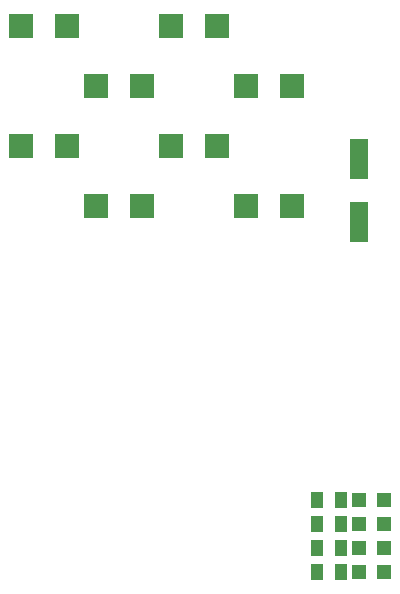
<source format=gtp>
G75*
%MOIN*%
%OFA0B0*%
%FSLAX24Y24*%
%IPPOS*%
%LPD*%
%AMOC8*
5,1,8,0,0,1.08239X$1,22.5*
%
%ADD10R,0.0630X0.1378*%
%ADD11R,0.0787X0.0787*%
%ADD12R,0.0472X0.0472*%
%ADD13R,0.0433X0.0551*%
D10*
X017150Y017637D03*
X017150Y019763D03*
D11*
X008386Y018200D03*
X007414Y020200D03*
X005886Y020200D03*
X008386Y022200D03*
X009914Y022200D03*
X010886Y020200D03*
X009914Y018200D03*
X012414Y020200D03*
X013386Y018200D03*
X014914Y018200D03*
X014914Y022200D03*
X013386Y022200D03*
X012414Y024200D03*
X010886Y024200D03*
X007414Y024200D03*
X005886Y024200D03*
D12*
X017137Y008400D03*
X017137Y007600D03*
X017137Y006800D03*
X017137Y006000D03*
X017963Y006000D03*
X017963Y006800D03*
X017963Y007600D03*
X017963Y008400D03*
D13*
X016544Y008400D03*
X016544Y007600D03*
X016544Y006800D03*
X016544Y006000D03*
X015756Y006000D03*
X015756Y006800D03*
X015756Y007600D03*
X015756Y008400D03*
M02*

</source>
